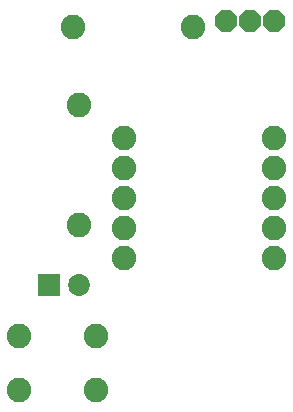
<source format=gts>
G75*
%MOIN*%
%OFA0B0*%
%FSLAX24Y24*%
%IPPOS*%
%LPD*%
%AMOC8*
5,1,8,0,0,1.08239X$1,22.5*
%
%ADD10C,0.0730*%
%ADD11R,0.0730X0.0730*%
%ADD12C,0.0820*%
%ADD13OC8,0.0710*%
D10*
X013500Y004867D03*
D11*
X012500Y004867D03*
D12*
X011520Y001377D03*
X011520Y003157D03*
X014080Y003157D03*
X014080Y001377D03*
X015000Y005767D03*
X015000Y006767D03*
X015000Y007767D03*
X015000Y008767D03*
X015000Y009767D03*
X013500Y010867D03*
X013300Y013467D03*
X017300Y013467D03*
X020000Y009767D03*
X020000Y008767D03*
X020000Y007767D03*
X020000Y006767D03*
X020000Y005767D03*
X013500Y006867D03*
D13*
X018400Y013667D03*
X019200Y013667D03*
X020000Y013667D03*
M02*

</source>
